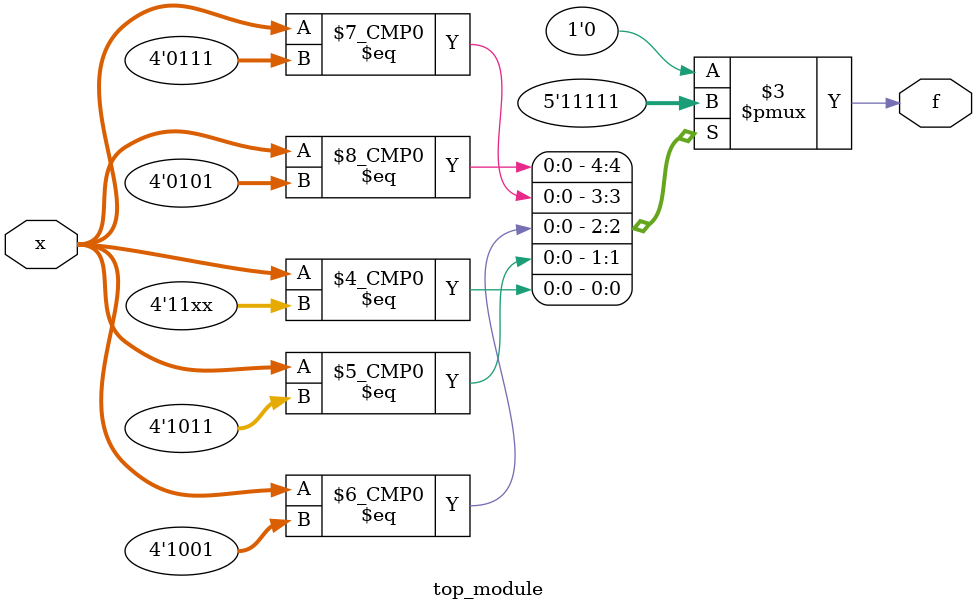
<source format=sv>
module top_module (
  input [4:1] x,
  output logic f
);

always_comb begin
  case (x)
    4'b00xx: f = 0;
    4'b01x0: f = 0;
    4'b0001: f = 0;
    4'b0101: f = 1;
    4'b0110: f = 0;
    4'b0111: f = 1;
    4'b1001: f = 1;
    4'b1011: f = 1;
    4'b11xx: f = 1;
    default: f = 0;
  endcase
end

endmodule

</source>
